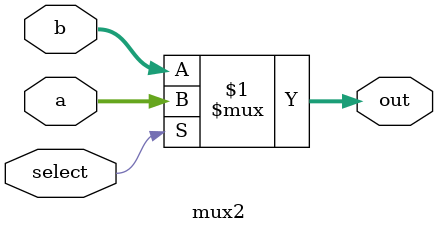
<source format=sv>
`ifndef MUX2
`define MUX2

`timescale 1ns/100ps

module mux2
    #(parameter n = 16)(
    //
    // ---------------- PORT DEFINITIONS ----------------
    //
    input  logic [(n-1):0] a, b,
    input  logic select,
    output logic [(n-1):0] out
);
    //
    // ---------------- MODULE DESIGN IMPLEMENTATION ----------------
    //
    assign out = select ? a : b;
endmodule

`endif // MUX2

</source>
